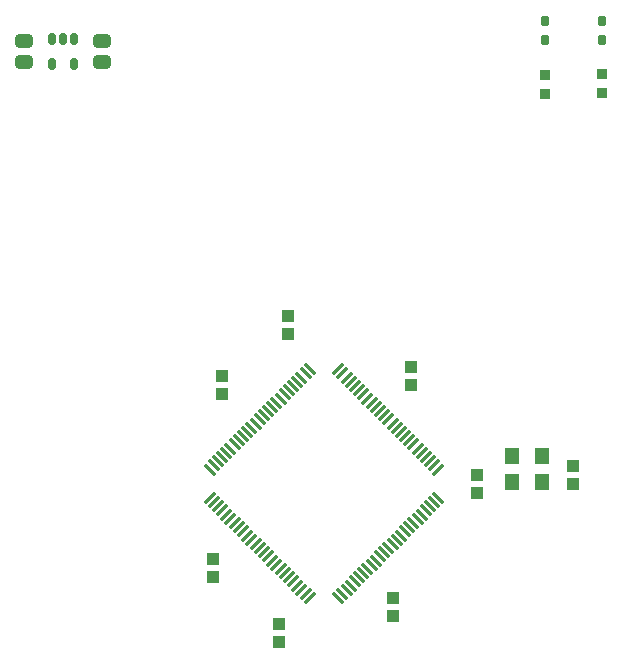
<source format=gtp>
G04*
G04 #@! TF.GenerationSoftware,Altium Limited,Altium Designer,21.0.8 (223)*
G04*
G04 Layer_Color=8421504*
%FSLAX25Y25*%
%MOIN*%
G70*
G04*
G04 #@! TF.SameCoordinates,DCFDD46B-96D2-4464-8150-C36015641F01*
G04*
G04*
G04 #@! TF.FilePolarity,Positive*
G04*
G01*
G75*
G04:AMPARAMS|DCode=15|XSize=23.62mil|YSize=39.37mil|CornerRadius=5.91mil|HoleSize=0mil|Usage=FLASHONLY|Rotation=180.000|XOffset=0mil|YOffset=0mil|HoleType=Round|Shape=RoundedRectangle|*
%AMROUNDEDRECTD15*
21,1,0.02362,0.02756,0,0,180.0*
21,1,0.01181,0.03937,0,0,180.0*
1,1,0.01181,-0.00591,0.01378*
1,1,0.01181,0.00591,0.01378*
1,1,0.01181,0.00591,-0.01378*
1,1,0.01181,-0.00591,-0.01378*
%
%ADD15ROUNDEDRECTD15*%
%ADD16R,0.04724X0.05512*%
G04:AMPARAMS|DCode=17|XSize=45.28mil|YSize=57.09mil|CornerRadius=11.32mil|HoleSize=0mil|Usage=FLASHONLY|Rotation=270.000|XOffset=0mil|YOffset=0mil|HoleType=Round|Shape=RoundedRectangle|*
%AMROUNDEDRECTD17*
21,1,0.04528,0.03445,0,0,270.0*
21,1,0.02264,0.05709,0,0,270.0*
1,1,0.02264,-0.01722,-0.01132*
1,1,0.02264,-0.01722,0.01132*
1,1,0.02264,0.01722,0.01132*
1,1,0.02264,0.01722,-0.01132*
%
%ADD17ROUNDEDRECTD17*%
%ADD18R,0.03937X0.04134*%
G04:AMPARAMS|DCode=19|XSize=11.81mil|YSize=55.12mil|CornerRadius=0mil|HoleSize=0mil|Usage=FLASHONLY|Rotation=225.000|XOffset=0mil|YOffset=0mil|HoleType=Round|Shape=Round|*
%AMOVALD19*
21,1,0.04331,0.01181,0.00000,0.00000,315.0*
1,1,0.01181,-0.01531,0.01531*
1,1,0.01181,0.01531,-0.01531*
%
%ADD19OVALD19*%

G04:AMPARAMS|DCode=20|XSize=11.81mil|YSize=55.12mil|CornerRadius=0mil|HoleSize=0mil|Usage=FLASHONLY|Rotation=135.000|XOffset=0mil|YOffset=0mil|HoleType=Round|Shape=Round|*
%AMOVALD20*
21,1,0.04331,0.01181,0.00000,0.00000,225.0*
1,1,0.01181,0.01531,0.01531*
1,1,0.01181,-0.01531,-0.01531*
%
%ADD20OVALD20*%

G04:AMPARAMS|DCode=21|XSize=31.5mil|YSize=29.53mil|CornerRadius=7.38mil|HoleSize=0mil|Usage=FLASHONLY|Rotation=270.000|XOffset=0mil|YOffset=0mil|HoleType=Round|Shape=RoundedRectangle|*
%AMROUNDEDRECTD21*
21,1,0.03150,0.01476,0,0,270.0*
21,1,0.01673,0.02953,0,0,270.0*
1,1,0.01476,-0.00738,-0.00837*
1,1,0.01476,-0.00738,0.00837*
1,1,0.01476,0.00738,0.00837*
1,1,0.01476,0.00738,-0.00837*
%
%ADD21ROUNDEDRECTD21*%
%ADD22R,0.03740X0.03543*%
D15*
X66740Y298173D02*
D03*
X63000D02*
D03*
X59260D02*
D03*
X66740Y289827D02*
D03*
X59260D02*
D03*
D16*
X222500Y159331D02*
D03*
X212500D02*
D03*
Y150669D02*
D03*
X222500D02*
D03*
D17*
X76000Y290457D02*
D03*
Y297543D02*
D03*
X50000D02*
D03*
Y290457D02*
D03*
D18*
X233000Y155953D02*
D03*
Y150047D02*
D03*
X116000Y185953D02*
D03*
Y180047D02*
D03*
X138000Y200000D02*
D03*
Y205906D02*
D03*
X179000Y183000D02*
D03*
Y188906D02*
D03*
X201000Y152953D02*
D03*
Y147047D02*
D03*
X172828Y105955D02*
D03*
Y111861D02*
D03*
X134900Y103153D02*
D03*
Y97247D02*
D03*
X113000Y119047D02*
D03*
Y124953D02*
D03*
D19*
X154733Y111861D02*
D03*
X156124Y113253D02*
D03*
X157517Y114645D02*
D03*
X158908Y116037D02*
D03*
X160300Y117429D02*
D03*
X161692Y118821D02*
D03*
X163084Y120212D02*
D03*
X164476Y121604D02*
D03*
X165868Y122996D02*
D03*
X167260Y124388D02*
D03*
X168652Y125780D02*
D03*
X170044Y127172D02*
D03*
X171436Y128564D02*
D03*
X172828Y129956D02*
D03*
X174220Y131348D02*
D03*
X175612Y132740D02*
D03*
X177004Y134132D02*
D03*
X178396Y135524D02*
D03*
X179788Y136916D02*
D03*
X181179Y138308D02*
D03*
X182571Y139700D02*
D03*
X183963Y141092D02*
D03*
X185355Y142483D02*
D03*
X186747Y143876D02*
D03*
X188139Y145267D02*
D03*
X145267Y188139D02*
D03*
X143876Y186747D02*
D03*
X142483Y185355D02*
D03*
X141092Y183963D02*
D03*
X139700Y182571D02*
D03*
X138308Y181179D02*
D03*
X136916Y179788D02*
D03*
X135524Y178396D02*
D03*
X134132Y177004D02*
D03*
X132740Y175612D02*
D03*
X131348Y174220D02*
D03*
X129956Y172828D02*
D03*
X128564Y171436D02*
D03*
X127172Y170044D02*
D03*
X125780Y168652D02*
D03*
X124388Y167260D02*
D03*
X122996Y165868D02*
D03*
X121604Y164476D02*
D03*
X120212Y163084D02*
D03*
X118821Y161692D02*
D03*
X117429Y160300D02*
D03*
X116037Y158908D02*
D03*
X114645Y157517D02*
D03*
X113253Y156124D02*
D03*
X111861Y154733D02*
D03*
D20*
X188139D02*
D03*
X186747Y156124D02*
D03*
X185355Y157517D02*
D03*
X183963Y158908D02*
D03*
X182571Y160300D02*
D03*
X181179Y161692D02*
D03*
X179788Y163084D02*
D03*
X178396Y164476D02*
D03*
X177004Y165868D02*
D03*
X175612Y167260D02*
D03*
X174220Y168652D02*
D03*
X172828Y170044D02*
D03*
X171436Y171436D02*
D03*
X170044Y172828D02*
D03*
X168652Y174220D02*
D03*
X167260Y175612D02*
D03*
X165868Y177004D02*
D03*
X164476Y178396D02*
D03*
X163084Y179788D02*
D03*
X161692Y181179D02*
D03*
X160300Y182571D02*
D03*
X158908Y183963D02*
D03*
X157517Y185355D02*
D03*
X156124Y186747D02*
D03*
X154733Y188139D02*
D03*
X111861Y145267D02*
D03*
X113253Y143876D02*
D03*
X114645Y142483D02*
D03*
X116037Y141092D02*
D03*
X117429Y139700D02*
D03*
X118821Y138308D02*
D03*
X120212Y136916D02*
D03*
X121604Y135524D02*
D03*
X122996Y134132D02*
D03*
X124388Y132740D02*
D03*
X125780Y131348D02*
D03*
X127172Y129956D02*
D03*
X128564Y128564D02*
D03*
X129956Y127172D02*
D03*
X131348Y125780D02*
D03*
X132740Y124388D02*
D03*
X134132Y122996D02*
D03*
X135524Y121604D02*
D03*
X136916Y120212D02*
D03*
X138308Y118821D02*
D03*
X139700Y117429D02*
D03*
X141092Y116037D02*
D03*
X142483Y114645D02*
D03*
X143876Y113253D02*
D03*
X145267Y111861D02*
D03*
D21*
X223600Y304274D02*
D03*
Y297974D02*
D03*
X242600Y304274D02*
D03*
Y297974D02*
D03*
D22*
X223600Y279974D02*
D03*
Y286274D02*
D03*
X242600Y280124D02*
D03*
Y286423D02*
D03*
M02*

</source>
